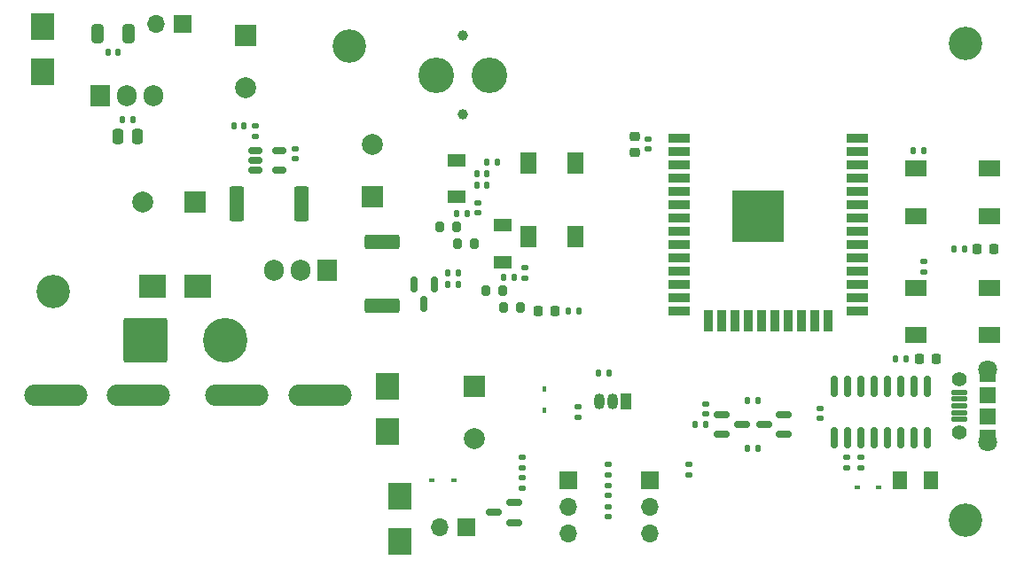
<source format=gts>
%TF.GenerationSoftware,KiCad,Pcbnew,6.0.5-a6ca702e91~116~ubuntu20.04.1*%
%TF.CreationDate,2022-06-30T20:33:51-06:00*%
%TF.ProjectId,trailer-power-controller,74726169-6c65-4722-9d70-6f7765722d63,rev?*%
%TF.SameCoordinates,Original*%
%TF.FileFunction,Soldermask,Top*%
%TF.FilePolarity,Negative*%
%FSLAX46Y46*%
G04 Gerber Fmt 4.6, Leading zero omitted, Abs format (unit mm)*
G04 Created by KiCad (PCBNEW 6.0.5-a6ca702e91~116~ubuntu20.04.1) date 2022-06-30 20:33:51*
%MOMM*%
%LPD*%
G01*
G04 APERTURE LIST*
G04 Aperture macros list*
%AMRoundRect*
0 Rectangle with rounded corners*
0 $1 Rounding radius*
0 $2 $3 $4 $5 $6 $7 $8 $9 X,Y pos of 4 corners*
0 Add a 4 corners polygon primitive as box body*
4,1,4,$2,$3,$4,$5,$6,$7,$8,$9,$2,$3,0*
0 Add four circle primitives for the rounded corners*
1,1,$1+$1,$2,$3*
1,1,$1+$1,$4,$5*
1,1,$1+$1,$6,$7*
1,1,$1+$1,$8,$9*
0 Add four rect primitives between the rounded corners*
20,1,$1+$1,$2,$3,$4,$5,0*
20,1,$1+$1,$4,$5,$6,$7,0*
20,1,$1+$1,$6,$7,$8,$9,0*
20,1,$1+$1,$8,$9,$2,$3,0*%
G04 Aperture macros list end*
%ADD10R,0.450000X0.600000*%
%ADD11RoundRect,0.135000X-0.135000X-0.185000X0.135000X-0.185000X0.135000X0.185000X-0.135000X0.185000X0*%
%ADD12RoundRect,0.135000X0.185000X-0.135000X0.185000X0.135000X-0.185000X0.135000X-0.185000X-0.135000X0*%
%ADD13RoundRect,0.140000X0.140000X0.170000X-0.140000X0.170000X-0.140000X-0.170000X0.140000X-0.170000X0*%
%ADD14RoundRect,0.150000X-0.587500X-0.150000X0.587500X-0.150000X0.587500X0.150000X-0.587500X0.150000X0*%
%ADD15RoundRect,0.140000X-0.170000X0.140000X-0.170000X-0.140000X0.170000X-0.140000X0.170000X0.140000X0*%
%ADD16RoundRect,0.150000X-0.150000X0.587500X-0.150000X-0.587500X0.150000X-0.587500X0.150000X0.587500X0*%
%ADD17R,1.700000X1.300000*%
%ADD18RoundRect,0.250001X-0.462499X-0.624999X0.462499X-0.624999X0.462499X0.624999X-0.462499X0.624999X0*%
%ADD19RoundRect,0.200000X-0.200000X-0.275000X0.200000X-0.275000X0.200000X0.275000X-0.200000X0.275000X0*%
%ADD20R,1.050000X1.500000*%
%ADD21O,1.050000X1.500000*%
%ADD22RoundRect,0.218750X0.218750X0.256250X-0.218750X0.256250X-0.218750X-0.256250X0.218750X-0.256250X0*%
%ADD23RoundRect,0.150000X0.587500X0.150000X-0.587500X0.150000X-0.587500X-0.150000X0.587500X-0.150000X0*%
%ADD24R,1.905000X2.000000*%
%ADD25O,1.905000X2.000000*%
%ADD26R,1.500000X2.000000*%
%ADD27R,2.300000X2.500000*%
%ADD28R,2.500000X2.300000*%
%ADD29R,2.000000X2.000000*%
%ADD30C,2.000000*%
%ADD31RoundRect,0.249999X-0.450001X-1.425001X0.450001X-1.425001X0.450001X1.425001X-0.450001X1.425001X0*%
%ADD32RoundRect,0.135000X0.135000X0.185000X-0.135000X0.185000X-0.135000X-0.185000X0.135000X-0.185000X0*%
%ADD33RoundRect,0.249999X1.425001X-0.450001X1.425001X0.450001X-1.425001X0.450001X-1.425001X-0.450001X0*%
%ADD34R,2.000000X1.500000*%
%ADD35R,0.600000X0.450000*%
%ADD36RoundRect,0.150000X0.150000X-0.825000X0.150000X0.825000X-0.150000X0.825000X-0.150000X-0.825000X0*%
%ADD37R,1.700000X1.700000*%
%ADD38O,1.700000X1.700000*%
%ADD39C,1.000000*%
%ADD40C,3.400000*%
%ADD41O,6.030000X2.070000*%
%ADD42RoundRect,0.225000X0.250000X-0.225000X0.250000X0.225000X-0.250000X0.225000X-0.250000X-0.225000X0*%
%ADD43R,2.000000X0.900000*%
%ADD44R,0.900000X2.000000*%
%ADD45R,5.000000X5.000000*%
%ADD46RoundRect,0.265625X-1.859375X-1.859375X1.859375X-1.859375X1.859375X1.859375X-1.859375X1.859375X0*%
%ADD47C,4.250000*%
%ADD48RoundRect,0.250000X0.325000X0.650000X-0.325000X0.650000X-0.325000X-0.650000X0.325000X-0.650000X0*%
%ADD49RoundRect,0.135000X-0.185000X0.135000X-0.185000X-0.135000X0.185000X-0.135000X0.185000X0.135000X0*%
%ADD50C,3.200000*%
%ADD51RoundRect,0.140000X0.170000X-0.140000X0.170000X0.140000X-0.170000X0.140000X-0.170000X-0.140000X0*%
%ADD52RoundRect,0.218750X-0.218750X-0.256250X0.218750X-0.256250X0.218750X0.256250X-0.218750X0.256250X0*%
%ADD53RoundRect,0.050000X-0.675000X0.200000X-0.675000X-0.200000X0.675000X-0.200000X0.675000X0.200000X0*%
%ADD54C,1.408000*%
%ADD55C,1.800000*%
%ADD56R,1.550000X1.500000*%
%ADD57RoundRect,0.250000X0.250000X0.475000X-0.250000X0.475000X-0.250000X-0.475000X0.250000X-0.475000X0*%
%ADD58RoundRect,0.150000X-0.512500X-0.150000X0.512500X-0.150000X0.512500X0.150000X-0.512500X0.150000X0*%
G04 APERTURE END LIST*
D10*
%TO.C,D12*%
X96300000Y-94250000D03*
X96300000Y-96350000D03*
%TD*%
D11*
%TO.C,R16*%
X92390000Y-83600000D03*
X93410000Y-83600000D03*
%TD*%
D12*
%TO.C,R18*%
X110100000Y-102510000D03*
X110100000Y-101490000D03*
%TD*%
D13*
%TO.C,C12*%
X90780000Y-73700000D03*
X89820000Y-73700000D03*
%TD*%
D14*
%TO.C,Q1*%
X113262500Y-96750000D03*
X113262500Y-98650000D03*
X115137500Y-97700000D03*
%TD*%
D15*
%TO.C,C19*%
X72500000Y-71352323D03*
X72500000Y-72312323D03*
%TD*%
D16*
%TO.C,Q3*%
X85750000Y-84262500D03*
X83850000Y-84262500D03*
X84800000Y-86137500D03*
%TD*%
D17*
%TO.C,D8*%
X92300000Y-82150000D03*
X92300000Y-78650000D03*
%TD*%
%TO.C,D7*%
X87900000Y-75950000D03*
X87900000Y-72450000D03*
%TD*%
D11*
%TO.C,R9*%
X110690000Y-97700000D03*
X111710000Y-97700000D03*
%TD*%
D18*
%TO.C,F1*%
X130212500Y-103000000D03*
X133187500Y-103000000D03*
%TD*%
D19*
%TO.C,R12*%
X87975000Y-80400000D03*
X89625000Y-80400000D03*
%TD*%
D12*
%TO.C,R27*%
X125200000Y-101810000D03*
X125200000Y-100790000D03*
%TD*%
D20*
%TO.C,U4*%
X104070000Y-95440000D03*
D21*
X102800000Y-95440000D03*
X101530000Y-95440000D03*
%TD*%
D19*
%TO.C,R13*%
X90675000Y-84900000D03*
X92325000Y-84900000D03*
%TD*%
D22*
%TO.C,D5*%
X133687500Y-91400000D03*
X132112500Y-91400000D03*
%TD*%
D23*
%TO.C,Q2*%
X119137500Y-98650000D03*
X119137500Y-96750000D03*
X117262500Y-97700000D03*
%TD*%
D24*
%TO.C,U3*%
X53900000Y-66250000D03*
D25*
X56440000Y-66250000D03*
X58980000Y-66250000D03*
%TD*%
D11*
%TO.C,R2*%
X98590000Y-86800000D03*
X99610000Y-86800000D03*
%TD*%
D26*
%TO.C,SW3*%
X99250000Y-79700000D03*
X99250000Y-72700000D03*
X94750000Y-72700000D03*
X94750000Y-79700000D03*
%TD*%
D27*
%TO.C,D10*%
X81300000Y-94050000D03*
X81300000Y-98350000D03*
%TD*%
D23*
%TO.C,Q4*%
X93375000Y-107050000D03*
X93375000Y-105150000D03*
X91500000Y-106100000D03*
%TD*%
D27*
%TO.C,D9*%
X82500000Y-108850000D03*
X82500000Y-104550000D03*
%TD*%
D28*
%TO.C,D2*%
X58882323Y-84500000D03*
X63182323Y-84500000D03*
%TD*%
D29*
%TO.C,C18*%
X79900000Y-75900000D03*
D30*
X79900000Y-70900000D03*
%TD*%
D31*
%TO.C,R20*%
X66950000Y-76632323D03*
X73050000Y-76632323D03*
%TD*%
D32*
%TO.C,R23*%
X88110000Y-84300000D03*
X87090000Y-84300000D03*
%TD*%
%TO.C,R4*%
X116710000Y-95400000D03*
X115690000Y-95400000D03*
%TD*%
D33*
%TO.C,R24*%
X80800000Y-86350000D03*
X80800000Y-80250000D03*
%TD*%
D13*
%TO.C,C8*%
X55580000Y-62150000D03*
X54620000Y-62150000D03*
%TD*%
D34*
%TO.C,SW2*%
X138800000Y-73250000D03*
X131800000Y-73250000D03*
X138800000Y-77750000D03*
X131800000Y-77750000D03*
%TD*%
D13*
%TO.C,C5*%
X56980000Y-68550000D03*
X56020000Y-68550000D03*
%TD*%
D11*
%TO.C,R15*%
X87890000Y-77500000D03*
X88910000Y-77500000D03*
%TD*%
D12*
%TO.C,R1*%
X126500000Y-101810000D03*
X126500000Y-100790000D03*
%TD*%
D13*
%TO.C,C11*%
X90780000Y-74800000D03*
X89820000Y-74800000D03*
%TD*%
D35*
%TO.C,D11*%
X85550000Y-103000000D03*
X87650000Y-103000000D03*
%TD*%
D36*
%TO.C,U2*%
X123955000Y-98975000D03*
X125225000Y-98975000D03*
X126495000Y-98975000D03*
X127765000Y-98975000D03*
X129035000Y-98975000D03*
X130305000Y-98975000D03*
X131575000Y-98975000D03*
X132845000Y-98975000D03*
X132845000Y-94025000D03*
X131575000Y-94025000D03*
X130305000Y-94025000D03*
X129035000Y-94025000D03*
X127765000Y-94025000D03*
X126495000Y-94025000D03*
X125225000Y-94025000D03*
X123955000Y-94025000D03*
%TD*%
D37*
%TO.C,J9*%
X61775000Y-59400000D03*
D38*
X59235000Y-59400000D03*
%TD*%
D39*
%TO.C,BZ1*%
X88500000Y-68050000D03*
X88500000Y-60550000D03*
D40*
X91000000Y-64300000D03*
X86000000Y-64300000D03*
%TD*%
D41*
%TO.C,J1*%
X57550000Y-94925000D03*
X49650000Y-94925000D03*
%TD*%
D11*
%TO.C,R21*%
X87090000Y-83200000D03*
X88110000Y-83200000D03*
%TD*%
%TO.C,R17*%
X101490000Y-92800000D03*
X102510000Y-92800000D03*
%TD*%
D41*
%TO.C,J7*%
X74850000Y-94925000D03*
X66950000Y-94925000D03*
%TD*%
D32*
%TO.C,R7*%
X130810000Y-91400000D03*
X129790000Y-91400000D03*
%TD*%
D19*
%TO.C,R11*%
X86275000Y-78800000D03*
X87925000Y-78800000D03*
%TD*%
D11*
%TO.C,R5*%
X115690000Y-100000000D03*
X116710000Y-100000000D03*
%TD*%
D34*
%TO.C,SW1*%
X138800000Y-84650000D03*
X131800000Y-84650000D03*
X138800000Y-89150000D03*
X131800000Y-89150000D03*
%TD*%
D13*
%TO.C,C20*%
X67580000Y-69132323D03*
X66620000Y-69132323D03*
%TD*%
D42*
%TO.C,C3*%
X104900610Y-71675000D03*
X104900610Y-70125000D03*
%TD*%
D15*
%TO.C,C17*%
X99500000Y-96020000D03*
X99500000Y-96980000D03*
%TD*%
D37*
%TO.C,J5*%
X98590000Y-102975000D03*
D38*
X98590000Y-105515000D03*
X98590000Y-108055000D03*
%TD*%
D35*
%TO.C,D1*%
X126150000Y-103700000D03*
X128250000Y-103700000D03*
%TD*%
D29*
%TO.C,C10*%
X67800000Y-60532323D03*
D30*
X67800000Y-65532323D03*
%TD*%
D37*
%TO.C,J6*%
X88870000Y-107500000D03*
D38*
X86330000Y-107500000D03*
%TD*%
D43*
%TO.C,U1*%
X109200000Y-70295000D03*
X109200000Y-71565000D03*
X109200000Y-72835000D03*
X109200000Y-74105000D03*
X109200000Y-75375000D03*
X109200000Y-76645000D03*
X109200000Y-77915000D03*
X109200000Y-79185000D03*
X109200000Y-80455000D03*
X109200000Y-81725000D03*
X109200000Y-82995000D03*
X109200000Y-84265000D03*
X109200000Y-85535000D03*
X109200000Y-86805000D03*
D44*
X111985000Y-87805000D03*
X113255000Y-87805000D03*
X114525000Y-87805000D03*
X115795000Y-87805000D03*
X117065000Y-87805000D03*
X118335000Y-87805000D03*
X119605000Y-87805000D03*
X120875000Y-87805000D03*
X122145000Y-87805000D03*
X123415000Y-87805000D03*
D43*
X126200000Y-86805000D03*
X126200000Y-85535000D03*
X126200000Y-84265000D03*
X126200000Y-82995000D03*
X126200000Y-81725000D03*
X126200000Y-80455000D03*
X126200000Y-79185000D03*
X126200000Y-77915000D03*
X126200000Y-76645000D03*
X126200000Y-75375000D03*
X126200000Y-74105000D03*
X126200000Y-72835000D03*
X126200000Y-71565000D03*
X126200000Y-70295000D03*
D45*
X116700000Y-77795000D03*
%TD*%
D37*
%TO.C,J4*%
X106400000Y-103000000D03*
D38*
X106400000Y-105540000D03*
X106400000Y-108080000D03*
%TD*%
D22*
%TO.C,D4*%
X139187500Y-80900000D03*
X137612500Y-80900000D03*
%TD*%
D46*
%TO.C,J3*%
X58150000Y-89600000D03*
D47*
X65850000Y-89600000D03*
%TD*%
D32*
%TO.C,R8*%
X132510000Y-71500000D03*
X131490000Y-71500000D03*
%TD*%
D27*
%TO.C,D6*%
X48400000Y-63950000D03*
X48400000Y-59650000D03*
%TD*%
D48*
%TO.C,C9*%
X56575000Y-60350000D03*
X53625000Y-60350000D03*
%TD*%
D49*
%TO.C,R25*%
X94200000Y-102790000D03*
X94200000Y-103810000D03*
%TD*%
D50*
%TO.C,H3*%
X136500000Y-61300000D03*
%TD*%
D32*
%TO.C,R10*%
X91810000Y-72600000D03*
X90790000Y-72600000D03*
%TD*%
D19*
%TO.C,R14*%
X92375000Y-86500000D03*
X94025000Y-86500000D03*
%TD*%
D51*
%TO.C,C16*%
X102400000Y-106480000D03*
X102400000Y-105520000D03*
%TD*%
D29*
%TO.C,C21*%
X89600000Y-94032323D03*
D30*
X89600000Y-99032323D03*
%TD*%
D24*
%TO.C,Q5*%
X75540000Y-82987323D03*
D25*
X73000000Y-82987323D03*
X70460000Y-82987323D03*
%TD*%
D52*
%TO.C,D3*%
X95712500Y-86800000D03*
X97287500Y-86800000D03*
%TD*%
D49*
%TO.C,R22*%
X94200000Y-100790000D03*
X94200000Y-101810000D03*
%TD*%
D32*
%TO.C,R6*%
X136410000Y-80900000D03*
X135390000Y-80900000D03*
%TD*%
D12*
%TO.C,R26*%
X68700000Y-70142323D03*
X68700000Y-69122323D03*
%TD*%
D51*
%TO.C,C14*%
X94400000Y-83680000D03*
X94400000Y-82720000D03*
%TD*%
%TO.C,C13*%
X89900000Y-77480000D03*
X89900000Y-76520000D03*
%TD*%
%TO.C,C7*%
X111700000Y-96680000D03*
X111700000Y-95720000D03*
%TD*%
%TO.C,C2*%
X122600000Y-97080000D03*
X122600000Y-96120000D03*
%TD*%
D15*
%TO.C,C15*%
X102400000Y-103520000D03*
X102400000Y-104480000D03*
%TD*%
D12*
%TO.C,R19*%
X102400000Y-102510000D03*
X102400000Y-101490000D03*
%TD*%
D51*
%TO.C,C1*%
X106200610Y-71380000D03*
X106200610Y-70420000D03*
%TD*%
D53*
%TO.C,J2*%
X135925000Y-97200000D03*
X135925000Y-96550000D03*
X135925000Y-95900000D03*
X135925000Y-95250000D03*
X135925000Y-94600000D03*
D54*
X135900000Y-98400000D03*
X135900000Y-93400000D03*
D55*
X138600000Y-99400000D03*
X138600000Y-92400000D03*
D56*
X138600000Y-96900000D03*
X138600000Y-94900000D03*
X138600000Y-98950000D03*
X138600000Y-92850000D03*
%TD*%
D50*
%TO.C,H4*%
X77700000Y-61500000D03*
%TD*%
D57*
%TO.C,C6*%
X57450000Y-70150000D03*
X55550000Y-70150000D03*
%TD*%
D29*
%TO.C,C4*%
X62900000Y-76400000D03*
D30*
X57900000Y-76400000D03*
%TD*%
D50*
%TO.C,H1*%
X49400000Y-85000000D03*
%TD*%
D58*
%TO.C,U5*%
X68662500Y-71482323D03*
X68662500Y-72432323D03*
X68662500Y-73382323D03*
X70937500Y-73382323D03*
X70937500Y-71482323D03*
%TD*%
D50*
%TO.C,H2*%
X136500000Y-106800000D03*
%TD*%
D12*
%TO.C,R3*%
X132500000Y-83110000D03*
X132500000Y-82090000D03*
%TD*%
M02*

</source>
